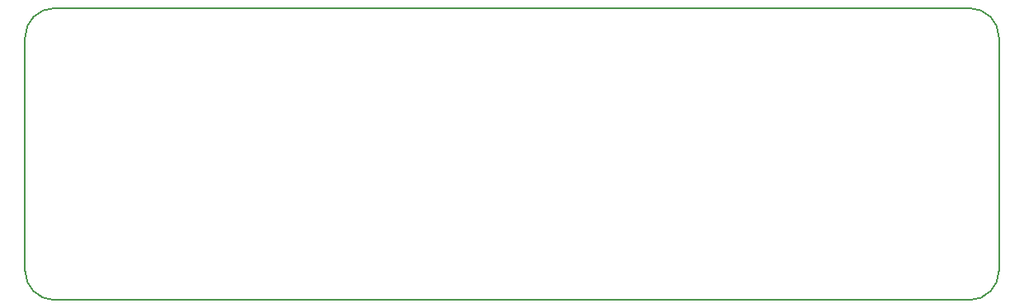
<source format=gm1>
G04 #@! TF.GenerationSoftware,KiCad,Pcbnew,(5.1.9)-1*
G04 #@! TF.CreationDate,2021-04-20T16:59:57+02:00*
G04 #@! TF.ProjectId,POE_hat_and_USB,504f455f-6861-4745-9f61-6e645f555342,1.0*
G04 #@! TF.SameCoordinates,Original*
G04 #@! TF.FileFunction,Profile,NP*
%FSLAX46Y46*%
G04 Gerber Fmt 4.6, Leading zero omitted, Abs format (unit mm)*
G04 Created by KiCad (PCBNEW (5.1.9)-1) date 2021-04-20 16:59:57*
%MOMM*%
%LPD*%
G01*
G04 APERTURE LIST*
G04 #@! TA.AperFunction,Profile*
%ADD10C,0.150000*%
G04 #@! TD*
G04 APERTURE END LIST*
D10*
X179032000Y-121068000D02*
X179532000Y-121068000D01*
X182532000Y-94068000D02*
X182532000Y-118068000D01*
X85532000Y-91068000D02*
X179532000Y-91068000D01*
X82532000Y-118068000D02*
X82532000Y-94068000D01*
X82532000Y-94068000D02*
G75*
G02*
X85532000Y-91068000I3000000J0D01*
G01*
X85532000Y-121068000D02*
G75*
G02*
X82532000Y-118068000I0J3000000D01*
G01*
X182532000Y-118068000D02*
G75*
G02*
X179532000Y-121068000I-3000000J0D01*
G01*
X179532000Y-91068000D02*
G75*
G02*
X182532000Y-94068000I0J-3000000D01*
G01*
X85532000Y-121068000D02*
X179032000Y-121068000D01*
M02*

</source>
